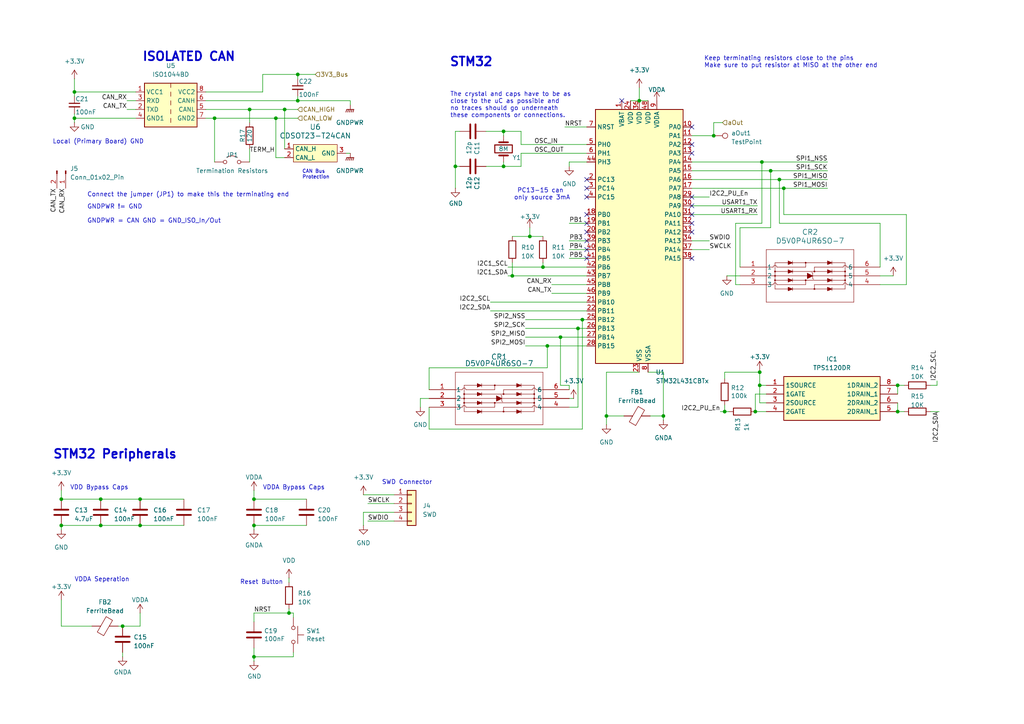
<source format=kicad_sch>
(kicad_sch (version 20250114) (generator "eeschema") (generator_version "9.0")
  (paper "A4")
  (lib_symbols
    (symbol "Connector:Conn_01x02_Pin" (pin_names (offset 1.016) (hide yes))
      (property "Reference" "J" (at 0 2.54 0))
      (property "Value" "Conn_01x02_Pin" (at 0 -5.08 0))
      (symbol "Conn_01x02_Pin_1_1"
        (pin passive line (at 5.08 0 180) (length 3.81) (name "Pin_1") (number "1"))
        (pin passive line (at 5.08 -2.54 180) (length 3.81) (name "Pin_2") (number "2"))
      )
    )
    (symbol "Connector:TestPoint" (pin_numbers (hide yes)) (pin_names (offset 0.762) (hide yes))
      (property "Reference" "TP" (at 0 6.858 0))
      (property "Value" "TestPoint" (at 0 5.08 0))
      (symbol "TestPoint_1_1"
        (pin passive line (at 0 0 90) (length 2.54) (name "1") (number "1"))
      )
    )
    (symbol "Connector_Generic:Conn_01x04" (pin_names (offset 1.016) (hide yes))
      (property "Reference" "J" (at 0 5.08 0))
      (property "Value" "Conn_01x04" (at 0 -7.62 0))
      (symbol "Conn_01x04_1_1"
        (pin passive line (at -5.08 2.54 0) (length 3.81) (name "Pin_1") (number "1"))
        (pin passive line (at -5.08 0 0) (length 3.81) (name "Pin_2") (number "2"))
        (pin passive line (at -5.08 -2.54 0) (length 3.81) (name "Pin_3") (number "3"))
        (pin passive line (at -5.08 -5.08 0) (length 3.81) (name "Pin_4") (number "4"))
      )
    )
    (symbol "Device:C" (pin_numbers (hide yes)) (pin_names (offset 0.254))
      (property "Reference" "C" (at 0.635 2.54 0))
      (property "Value" "C" (at 0.635 -2.54 0))
      (symbol "C_1_1"
        (pin passive line (at 0 3.81 270) (length 2.794) (name "~") (number "1"))
        (pin passive line (at 0 -3.81 90) (length 2.794) (name "~") (number "2"))
      )
    )
    (symbol "Device:C_Small" (pin_numbers (hide yes)) (pin_names (offset 0.254) (hide yes))
      (property "Reference" "C" (at 0.254 1.778 0))
      (property "Value" "C_Small" (at 0.254 -2.032 0))
      (symbol "C_Small_1_1"
        (pin passive line (at 0 2.54 270) (length 2.032) (name "~") (number "1"))
        (pin passive line (at 0 -2.54 90) (length 2.032) (name "~") (number "2"))
      )
    )
    (symbol "Device:Crystal" (pin_numbers (hide yes)) (pin_names (offset 1.016) (hide yes))
      (property "Reference" "Y" (at 0 3.81 0))
      (property "Value" "Crystal" (at 0 -3.81 0))
      (symbol "Crystal_1_1"
        (pin passive line (at -3.81 0 0) (length 1.27) (name "1") (number "1"))
        (pin passive line (at 3.81 0 180) (length 1.27) (name "2") (number "2"))
      )
    )
    (symbol "Device:FerriteBead" (pin_numbers (hide yes)) (pin_names (offset 0))
      (property "Reference" "FB" (at -3.81 0.635 90))
      (property "Value" "FerriteBead" (at 3.81 0 90))
      (symbol "FerriteBead_1_1"
        (pin passive line (at 0 3.81 270) (length 2.54) (name "~") (number "1"))
        (pin passive line (at 0 -3.81 90) (length 2.54) (name "~") (number "2"))
      )
    )
    (symbol "Device:R" (pin_numbers (hide yes)) (pin_names (offset 0))
      (property "Reference" "R" (at 2.032 0 90))
      (property "Value" "R" (at 0 0 90))
      (symbol "R_1_1"
        (pin passive line (at 0 3.81 270) (length 1.27) (name "~") (number "1"))
        (pin passive line (at 0 -3.81 90) (length 1.27) (name "~") (number "2"))
      )
    )
    (symbol "Interface_CAN_LIN:ISO1044BD"
      (property "Reference" "U" (at -6.35 6.35 0))
      (property "Value" "ISO1044BD" (at 2.54 6.35 0))
      (symbol "ISO1044BD_1_1"
        (pin power_in line (at -10.16 2.54 0) (length 2.54) (name "VCC1") (number "1"))
        (pin output line (at -10.16 0 0) (length 2.54) (name "RXD") (number "3"))
        (pin input line (at -10.16 -2.54 0) (length 2.54) (name "TXD") (number "2"))
        (pin power_in line (at -10.16 -5.08 0) (length 2.54) (name "GND1") (number "4"))
        (pin power_in line (at 10.16 2.54 180) (length 2.54) (name "VCC2") (number "8"))
        (pin bidirectional line (at 10.16 0 180) (length 2.54) (name "CANH") (number "6"))
        (pin bidirectional line (at 10.16 -2.54 180) (length 2.54) (name "CANL") (number "5"))
        (pin power_in line (at 10.16 -5.08 180) (length 2.54) (name "GND2") (number "7"))
      )
    )
    (symbol "Jumper:Jumper_2_Open" (pin_numbers (hide yes)) (pin_names (offset 0) (hide yes)) (exclude_from_sim yes)
      (property "Reference" "JP" (at 0 2.794 0))
      (property "Value" "Jumper_2_Open" (at 0 -2.286 0))
      (symbol "Jumper_2_Open_1_1"
        (pin passive line (at -5.08 0 0) (length 2.54) (name "A") (number "1"))
        (pin passive line (at 5.08 0 180) (length 2.54) (name "B") (number "2"))
      )
    )
    (symbol "STM32L431CBTx_1"
      (property "Reference" "U" (at -12.7 39.37 0))
      (property "Value" "STM32L431CBTx" (at 7.62 39.37 0))
      (symbol "STM32L431CBTx_1_1_1"
        (pin input line (at -15.24 33.02 0) (length 2.54) (name "NRST") (number "7"))
        (pin bidirectional line (at -15.24 27.94 0) (length 2.54) (name "PH0") (number "5"))
        (pin bidirectional line (at -15.24 25.4 0) (length 2.54) (name "PH1") (number "6"))
        (pin bidirectional line (at -15.24 22.86 0) (length 2.54) (name "PH3") (number "44"))
        (pin bidirectional line (at -15.24 17.78 0) (length 2.54) (name "PC13") (number "2"))
        (pin bidirectional line (at -15.24 15.24 0) (length 2.54) (name "PC14") (number "3"))
        (pin bidirectional line (at -15.24 12.7 0) (length 2.54) (name "PC15") (number "4"))
        (pin bidirectional line (at -15.24 7.62 0) (length 2.54) (name "PB0") (number "18"))
        (pin bidirectional line (at -15.24 5.08 0) (length 2.54) (name "PB1") (number "19"))
        (pin bidirectional line (at -15.24 2.54 0) (length 2.54) (name "PB2") (number "20"))
        (pin bidirectional line (at -15.24 0 0) (length 2.54) (name "PB3") (number "39"))
        (pin bidirectional line (at -15.24 -2.54 0) (length 2.54) (name "PB4") (number "40"))
        (pin bidirectional line (at -15.24 -5.08 0) (length 2.54) (name "PB5") (number "41"))
        (pin bidirectional line (at -15.24 -7.62 0) (length 2.54) (name "PB6") (number "42"))
        (pin bidirectional line (at -15.24 -10.16 0) (length 2.54) (name "PB7") (number "43"))
        (pin bidirectional line (at -15.24 -12.7 0) (length 2.54) (name "PB8") (number "45"))
        (pin bidirectional line (at -15.24 -15.24 0) (length 2.54) (name "PB9") (number "46"))
        (pin bidirectional line (at -15.24 -17.78 0) (length 2.54) (name "PB10") (number "21"))
        (pin bidirectional line (at -15.24 -20.32 0) (length 2.54) (name "PB11") (number "22"))
        (pin bidirectional line (at -15.24 -22.86 0) (length 2.54) (name "PB12") (number "25"))
        (pin bidirectional line (at -15.24 -25.4 0) (length 2.54) (name "PB13") (number "26"))
        (pin bidirectional line (at -15.24 -27.94 0) (length 2.54) (name "PB14") (number "27"))
        (pin bidirectional line (at -15.24 -30.48 0) (length 2.54) (name "PB15") (number "28"))
        (pin power_in line (at -5.08 40.64 270) (length 2.54) (name "VBAT") (number "1"))
        (pin power_in line (at -2.54 40.64 270) (length 2.54) (name "VDD") (number "24"))
        (pin power_in line (at 0 40.64 270) (length 2.54) (name "VDD") (number "36"))
        (pin power_in line (at 0 -38.1 90) (length 2.54) (name "VSS") (number "23"))
        (pin passive line (at 0 -38.1 90) (length 2.54) (hide yes) (name "VSS") (number "35"))
        (pin passive line (at 0 -38.1 90) (length 2.54) (hide yes) (name "VSS") (number "47"))
        (pin power_in line (at 2.54 40.64 270) (length 2.54) (name "VDD") (number "48"))
        (pin power_in line (at 2.54 -38.1 90) (length 2.54) (name "VSSA") (number "8"))
        (pin power_in line (at 5.08 40.64 270) (length 2.54) (name "VDDA") (number "9"))
        (pin bidirectional line (at 15.24 33.02 180) (length 2.54) (name "PA0") (number "10"))
        (pin bidirectional line (at 15.24 30.48 180) (length 2.54) (name "PA1") (number "11"))
        (pin bidirectional line (at 15.24 27.94 180) (length 2.54) (name "PA2") (number "12"))
        (pin bidirectional line (at 15.24 25.4 180) (length 2.54) (name "PA3") (number "13"))
        (pin bidirectional line (at 15.24 22.86 180) (length 2.54) (name "PA4") (number "14"))
        (pin bidirectional line (at 15.24 20.32 180) (length 2.54) (name "PA5") (number "15"))
        (pin bidirectional line (at 15.24 17.78 180) (length 2.54) (name "PA6") (number "16"))
        (pin bidirectional line (at 15.24 15.24 180) (length 2.54) (name "PA7") (number "17"))
        (pin bidirectional line (at 15.24 12.7 180) (length 2.54) (name "PA8") (number "29"))
        (pin bidirectional line (at 15.24 10.16 180) (length 2.54) (name "PA9") (number "30"))
        (pin bidirectional line (at 15.24 7.62 180) (length 2.54) (name "PA10") (number "31"))
        (pin bidirectional line (at 15.24 5.08 180) (length 2.54) (name "PA11") (number "32"))
        (pin bidirectional line (at 15.24 2.54 180) (length 2.54) (name "PA12") (number "33"))
        (pin bidirectional line (at 15.24 0 180) (length 2.54) (name "PA13") (number "34"))
        (pin bidirectional line (at 15.24 -2.54 180) (length 2.54) (name "PA14") (number "37"))
        (pin bidirectional line (at 15.24 -5.08 180) (length 2.54) (name "PA15") (number "38"))
      )
    )
    (symbol "Switch:SW_Push" (pin_numbers (hide yes)) (pin_names (offset 1.016) (hide yes))
      (property "Reference" "SW" (at 1.27 2.54 0))
      (property "Value" "SW_Push" (at 0 -1.524 0))
      (symbol "SW_Push_0_1"
        (pin passive line (at -5.08 0 0) (length 2.54) (name "1") (number "1"))
        (pin passive line (at 5.08 0 180) (length 2.54) (name "2") (number "2"))
      )
    )
    (symbol "power:+3.3V" (power) (pin_numbers (hide yes)) (pin_names (offset 0) (hide yes))
      (property "Value" "+3.3V" (at 0 3.556 0))
      (symbol "+3.3V_1_1"
        (pin power_in line (at 0 0 90) (length 0) (name "~") (number "1"))
      )
    )
    (symbol "power:GND" (power) (pin_numbers (hide yes)) (pin_names (offset 0) (hide yes))
      (property "Value" "GND" (at 0 -3.81 0))
      (symbol "GND_1_1"
        (pin power_in line (at 0 0 270) (length 0) (name "~") (number "1"))
      )
    )
    (symbol "power:GNDA" (power) (pin_numbers (hide yes)) (pin_names (offset 0) (hide yes))
      (property "Value" "GNDA" (at 0 -3.81 0))
      (symbol "GNDA_1_1"
        (pin power_in line (at 0 0 270) (length 0) (name "~") (number "1"))
      )
    )
    (symbol "power:GNDPWR" (power) (pin_numbers (hide yes)) (pin_names (offset 0) (hide yes))
      (property "Value" "GNDPWR" (at 0 -3.302 0))
      (symbol "GNDPWR_1_1"
        (pin power_in line (at 0 0 270) (length 0) (name "~") (number "1"))
      )
    )
    (symbol "power:VDD" (power) (pin_numbers (hide yes)) (pin_names (offset 0) (hide yes))
      (property "Value" "VDD" (at 0 3.556 0))
      (symbol "VDD_1_1"
        (pin power_in line (at 0 0 90) (length 0) (name "~") (number "1"))
      )
    )
    (symbol "power:VDDA" (power) (pin_numbers (hide yes)) (pin_names (offset 0) (hide yes))
      (property "Value" "VDDA" (at 0 3.556 0))
      (symbol "VDDA_1_1"
        (pin power_in line (at 0 0 90) (length 0) (name "~") (number "1"))
      )
    )
    (symbol "usvt-chips:CDSOT23-T24CAN"
      (property "Reference" "U" (at 0 -3.81 0))
      (property "Value" "CDSOT23-T24CAN" (at 0 3.81 0))
      (symbol "CDSOT23-T24CAN_1_1"
        (pin passive line (at -8.89 1.27 0) (length 2.54) (name "CAN_H") (number "1"))
        (pin passive line (at -8.89 -1.27 0) (length 2.54) (name "CAN_L") (number "2"))
        (pin passive line (at 8.89 0 180) (length 2.54) (name "GND") (number "3"))
      )
    )
    (symbol "utsvt-chips:D5V0P4UR6SO-7" (pin_names (offset 0.254))
      (property "Reference" "CR" (at 20.32 10.16 0))
      (property "Value" "D5V0P4UR6SO-7" (at 20.32 7.62 0))
      (symbol "D5V0P4UR6SO-7_0_1"
        (pin input line (at 0 0 0) (length 7.62) (name "1") (number "1"))
        (pin unspecified line (at 0 -2.54 0) (length 7.62) (name "2") (number "2"))
        (pin input line (at 0 -5.08 0) (length 7.62) (name "3") (number "3"))
        (pin input line (at 40.64 0 180) (length 7.62) (name "6") (number "6"))
        (pin unspecified line (at 40.64 -2.54 180) (length 7.62) (name "5") (number "5"))
        (pin input line (at 40.64 -5.08 180) (length 7.62) (name "4") (number "4"))
      )
    )
    (symbol "utsvt-chips:TPS1120DR"
      (property "Reference" "IC" (at 34.29 7.62 0))
      (property "Value" "TPS1120DR" (at 34.29 5.08 0))
      (symbol "TPS1120DR_1_1"
        (pin passive line (at 0 0 0) (length 5.08) (name "1SOURCE") (number "1"))
        (pin passive line (at 0 -2.54 0) (length 5.08) (name "1GATE") (number "2"))
        (pin passive line (at 0 -5.08 0) (length 5.08) (name "2SOURCE") (number "3"))
        (pin passive line (at 0 -7.62 0) (length 5.08) (name "2GATE") (number "4"))
        (pin passive line (at 38.1 0 180) (length 5.08) (name "1DRAIN_2") (number "8"))
        (pin passive line (at 38.1 -2.54 180) (length 5.08) (name "1DRAIN_1") (number "7"))
        (pin passive line (at 38.1 -5.08 180) (length 5.08) (name "2DRAIN_2") (number "6"))
        (pin passive line (at 38.1 -7.62 180) (length 5.08) (name "2DRAIN_1") (number "5"))
      )
    )
  )
  (text "STM32" (at 130.302 19.558 0) (effects (font (size 2.54 2.54) (thickness 0.508) (bold yes)) (justify left bottom)))
  (text "Keep terminating resistors close to the pins\nMake sure to put resistor at MISO at the other end" (at 204.216 19.812 0) (effects (font (size 1.27 1.27)) (justify left bottom)))
  (text "Local (Primary Board) GND" (at 15.24 41.91 0) (effects (font (size 1.27 1.27)) (justify left bottom)))
  (text "VDDA Bypass Caps" (at 76.2 142.24 0) (effects (font (size 1.27 1.27)) (justify left bottom)))
  (text "VDDA Seperation" (at 21.59 168.91 0) (effects (font (size 1.27 1.27)) (justify left bottom)))
  (text "SWD Connector" (at 110.744 140.716 0) (effects (font (size 1.27 1.27)) (justify left bottom)))
  (text "PC13-15 can \nonly source 3mA" (at 157.226 56.388 0) (effects (font (size 1.27 1.27))))
  (text "The crystal and caps have to be as \nclose to the uC as possible and\nno traces should go underneath\nthese components or connections." (at 130.556 34.29 0) (effects (font (size 1.27 1.27)) (justify left bottom)))
  (text "ISOLATED CAN" (at 41.148 18.034 0) (effects (font (size 2.54 2.54) (thickness 0.508) (bold yes)) (justify left bottom)))
  (text "GNDPWR != GND\n\nGNDPWR = CAN GND = GND_ISO_In/Out" (at 25.273 64.897 0) (effects (font (size 1.27 1.27)) (justify left bottom)))
  (text "Reset Button" (at 69.596 169.672 0) (effects (font (size 1.27 1.27)) (justify left bottom)))
  (text "VDD Bypass Caps" (at 20.32 142.24 0) (effects (font (size 1.27 1.27)) (justify left bottom)))
  (text "Connect the jumper (JP1) to make this the terminating end" (at 25.273 57.277 0) (effects (font (size 1.27 1.27)) (justify left bottom)))
  (text "STM32 Peripherals" (at 15.24 133.35 0) (effects (font (size 2.54 2.54) (thickness 0.508) (bold yes)) (justify left bottom)))
  (text "CAN Bus\nProtection" (at 87.63 52.07 0) (effects (font (size 1.016 1.016)) (justify left bottom)))
  (junction (at 185.42 29.21))
  (junction (at 207.01 39.37))
  (junction (at 219.075 119.38))
  (junction (at 73.66 144.78))
  (junction (at 220.345 111.76))
  (junction (at 146.05 38.1))
  (junction (at 210.185 119.38))
  (junction (at 73.66 152.4))
  (junction (at 35.56 181.61))
  (junction (at 260.35 111.76))
  (junction (at 223.52 49.53))
  (junction (at 153.67 68.58))
  (junction (at 162.56 97.79))
  (junction (at 80.01 34.29))
  (junction (at 226.06 52.07))
  (junction (at 167.64 95.25))
  (junction (at 40.64 152.4))
  (junction (at 157.48 77.47))
  (junction (at 21.59 26.67))
  (junction (at 29.21 152.4))
  (junction (at 146.05 48.26))
  (junction (at 175.895 120.65))
  (junction (at 17.78 152.4))
  (junction (at 40.64 144.78))
  (junction (at 82.55 31.75))
  (junction (at 21.59 34.29))
  (junction (at 86.36 21.59))
  (junction (at 220.345 107.95))
  (junction (at 260.35 119.38))
  (junction (at 17.78 144.78))
  (junction (at 158.75 100.33))
  (junction (at 220.98 46.99))
  (junction (at 73.66 190.5))
  (junction (at 132.08 48.26))
  (junction (at 192.405 120.65))
  (junction (at 86.36 29.21))
  (junction (at 168.91 92.71))
  (junction (at 148.59 80.01))
  (junction (at 83.82 177.8))
  (junction (at 227.33 54.61))
  (junction (at 72.39 31.75))
  (junction (at 29.21 144.78))
  (junction (at 62.23 34.29))
  (no_connect (at 200.66 64.77))
  (no_connect (at 170.18 67.31))
  (no_connect (at 170.18 62.23))
  (no_connect (at 170.18 54.61))
  (no_connect (at 170.18 64.77))
  (no_connect (at 200.66 41.91))
  (no_connect (at 200.66 62.23))
  (no_connect (at 170.18 57.15))
  (no_connect (at 200.66 36.83))
  (no_connect (at 200.66 44.45))
  (no_connect (at 200.66 57.15))
  (no_connect (at 170.18 72.39))
  (no_connect (at 170.18 69.85))
  (no_connect (at 170.18 52.07))
  (no_connect (at 180.34 29.21))
  (no_connect (at 200.66 74.93))
  (no_connect (at 170.18 74.93))
  (no_connect (at 200.66 67.31))
  (no_connect (at 200.66 59.69))
  (wire (pts (xy 73.66 177.8) (xy 73.66 180.34)))
  (wire (pts (xy 200.66 69.85) (xy 205.74 69.85)))
  (wire (pts (xy 165.1 64.77) (xy 170.18 64.77)))
  (wire (pts (xy 148.59 76.2) (xy 148.59 80.01)))
  (wire (pts (xy 153.67 68.58) (xy 157.48 68.58)))
  (wire (pts (xy 162.56 97.79) (xy 170.18 97.79)))
  (wire (pts (xy 220.98 64.77) (xy 213.36 64.77)))
  (wire (pts (xy 220.345 107.315) (xy 220.345 107.95)))
  (wire (pts (xy 226.06 52.07) (xy 240.03 52.07)))
  (wire (pts (xy 86.36 27.94) (xy 86.36 29.21)))
  (wire (pts (xy 124.46 124.46) (xy 168.91 124.46)))
  (wire (pts (xy 210.185 119.38) (xy 211.455 119.38)))
  (wire (pts (xy 200.66 57.15) (xy 205.74 57.15)))
  (wire (pts (xy 17.78 153.67) (xy 17.78 152.4)))
  (wire (pts (xy 271.78 110.49) (xy 271.78 111.76)))
  (wire (pts (xy 40.64 152.4) (xy 53.34 152.4)))
  (wire (pts (xy 255.27 77.47) (xy 255.27 64.77)))
  (wire (pts (xy 214.63 77.47) (xy 214.63 66.04)))
  (wire (pts (xy 73.66 152.4) (xy 73.66 153.67)))
  (wire (pts (xy 73.66 191.77) (xy 73.66 190.5)))
  (wire (pts (xy 151.13 44.45) (xy 170.18 44.45)))
  (wire (pts (xy 157.48 76.2) (xy 157.48 77.47)))
  (wire (pts (xy 142.24 87.63) (xy 170.18 87.63)))
  (wire (pts (xy 82.55 31.75) (xy 86.36 31.75)))
  (wire (pts (xy 165.1 46.99) (xy 170.18 46.99)))
  (wire (pts (xy 168.91 92.71) (xy 168.91 124.46)))
  (wire (pts (xy 132.08 54.61) (xy 132.08 48.26)))
  (wire (pts (xy 207.01 35.56) (xy 207.01 39.37)))
  (wire (pts (xy 165.1 69.85) (xy 170.18 69.85)))
  (wire (pts (xy 168.91 92.71) (xy 170.18 92.71)))
  (wire (pts (xy 73.66 144.78) (xy 88.9 144.78)))
  (wire (pts (xy 220.98 46.99) (xy 220.98 64.77)))
  (wire (pts (xy 152.4 95.25) (xy 167.64 95.25)))
  (wire (pts (xy 260.35 111.76) (xy 262.255 111.76)))
  (wire (pts (xy 105.41 152.4) (xy 105.41 148.59)))
  (wire (pts (xy 146.05 46.99) (xy 146.05 48.26)))
  (wire (pts (xy 83.82 176.53) (xy 83.82 177.8)))
  (wire (pts (xy 106.68 146.05) (xy 114.3 146.05)))
  (wire (pts (xy 21.59 26.67) (xy 39.37 26.67)))
  (wire (pts (xy 213.36 82.55) (xy 214.63 82.55)))
  (wire (pts (xy 213.36 64.77) (xy 213.36 82.55)))
  (wire (pts (xy 147.32 77.47) (xy 157.48 77.47)))
  (wire (pts (xy 29.21 144.78) (xy 40.64 144.78)))
  (wire (pts (xy 73.66 187.96) (xy 73.66 190.5)))
  (wire (pts (xy 124.46 118.11) (xy 124.46 124.46)))
  (wire (pts (xy 185.42 29.21) (xy 187.96 29.21)))
  (wire (pts (xy 220.98 46.99) (xy 240.03 46.99)))
  (wire (pts (xy 17.78 142.24) (xy 17.78 144.78)))
  (wire (pts (xy 85.09 189.23) (xy 85.09 190.5)))
  (wire (pts (xy 222.25 114.3) (xy 219.075 114.3)))
  (wire (pts (xy 59.69 34.29) (xy 62.23 34.29)))
  (wire (pts (xy 259.08 80.01) (xy 255.27 80.01)))
  (wire (pts (xy 160.02 85.09) (xy 170.18 85.09)))
  (wire (pts (xy 85.09 177.8) (xy 85.09 179.07)))
  (wire (pts (xy 227.33 54.61) (xy 240.03 54.61)))
  (wire (pts (xy 227.33 54.61) (xy 227.33 62.23)))
  (wire (pts (xy 21.59 34.29) (xy 39.37 34.29)))
  (wire (pts (xy 86.36 29.21) (xy 101.6 29.21)))
  (wire (pts (xy 187.96 107.95) (xy 192.405 107.95)))
  (wire (pts (xy 255.27 64.77) (xy 226.06 64.77)))
  (wire (pts (xy 210.185 117.475) (xy 210.185 119.38)))
  (wire (pts (xy 223.52 49.53) (xy 240.03 49.53)))
  (wire (pts (xy 73.66 177.8) (xy 83.82 177.8)))
  (wire (pts (xy 82.55 45.72) (xy 80.01 45.72)))
  (wire (pts (xy 151.13 41.91) (xy 170.18 41.91)))
  (wire (pts (xy 17.78 173.99) (xy 17.78 181.61)))
  (wire (pts (xy 210.185 109.855) (xy 210.185 107.95)))
  (wire (pts (xy 192.405 107.95) (xy 192.405 120.65)))
  (wire (pts (xy 121.92 115.57) (xy 121.92 118.11)))
  (wire (pts (xy 220.345 107.95) (xy 220.345 111.76)))
  (wire (pts (xy 21.59 26.67) (xy 21.59 27.94)))
  (wire (pts (xy 59.69 26.67) (xy 76.2 26.67)))
  (wire (pts (xy 200.66 72.39) (xy 205.74 72.39)))
  (wire (pts (xy 17.78 152.4) (xy 29.21 152.4)))
  (wire (pts (xy 40.64 177.8) (xy 40.64 181.61)))
  (wire (pts (xy 21.59 33.02) (xy 21.59 34.29)))
  (wire (pts (xy 36.83 31.75) (xy 39.37 31.75)))
  (wire (pts (xy 271.78 111.76) (xy 269.875 111.76)))
  (wire (pts (xy 166.37 115.57) (xy 165.1 115.57)))
  (wire (pts (xy 158.75 100.33) (xy 170.18 100.33)))
  (wire (pts (xy 132.08 48.26) (xy 133.35 48.26)))
  (wire (pts (xy 17.78 181.61) (xy 26.67 181.61)))
  (wire (pts (xy 262.89 82.55) (xy 255.27 82.55)))
  (wire (pts (xy 269.875 119.38) (xy 272.415 119.38)))
  (wire (pts (xy 182.88 29.21) (xy 185.42 29.21)))
  (wire (pts (xy 82.55 31.75) (xy 82.55 43.18)))
  (wire (pts (xy 165.1 72.39) (xy 170.18 72.39)))
  (wire (pts (xy 210.82 80.01) (xy 214.63 80.01)))
  (wire (pts (xy 80.01 34.29) (xy 86.36 34.29)))
  (wire (pts (xy 165.1 118.11) (xy 167.64 118.11)))
  (wire (pts (xy 40.64 181.61) (xy 35.56 181.61)))
  (wire (pts (xy 160.02 82.55) (xy 170.18 82.55)))
  (wire (pts (xy 124.46 106.68) (xy 158.75 106.68)))
  (wire (pts (xy 40.64 144.78) (xy 53.34 144.78)))
  (wire (pts (xy 167.64 95.25) (xy 170.18 95.25)))
  (wire (pts (xy 76.2 21.59) (xy 76.2 26.67)))
  (wire (pts (xy 152.4 97.79) (xy 162.56 97.79)))
  (wire (pts (xy 163.83 36.83) (xy 170.18 36.83)))
  (wire (pts (xy 151.13 38.1) (xy 146.05 38.1)))
  (wire (pts (xy 262.89 62.23) (xy 262.89 82.55)))
  (wire (pts (xy 106.68 151.13) (xy 114.3 151.13)))
  (wire (pts (xy 151.13 48.26) (xy 151.13 44.45)))
  (wire (pts (xy 220.345 111.76) (xy 222.25 111.76)))
  (wire (pts (xy 188.595 120.65) (xy 192.405 120.65)))
  (wire (pts (xy 219.71 62.23) (xy 200.66 62.23)))
  (wire (pts (xy 214.63 66.04) (xy 223.52 66.04)))
  (wire (pts (xy 105.41 143.51) (xy 114.3 143.51)))
  (wire (pts (xy 200.66 49.53) (xy 223.52 49.53)))
  (wire (pts (xy 146.05 38.1) (xy 146.05 39.37)))
  (wire (pts (xy 72.39 31.75) (xy 82.55 31.75)))
  (wire (pts (xy 175.895 120.65) (xy 180.975 120.65)))
  (wire (pts (xy 227.33 62.23) (xy 262.89 62.23)))
  (wire (pts (xy 72.39 31.75) (xy 72.39 35.56)))
  (wire (pts (xy 59.69 31.75) (xy 72.39 31.75)))
  (wire (pts (xy 142.24 90.17) (xy 170.18 90.17)))
  (wire (pts (xy 146.05 48.26) (xy 140.97 48.26)))
  (wire (pts (xy 165.1 113.03) (xy 165.1 111.76)))
  (wire (pts (xy 83.82 167.64) (xy 83.82 168.91)))
  (wire (pts (xy 73.66 142.24) (xy 73.66 144.78)))
  (wire (pts (xy 17.78 144.78) (xy 29.21 144.78)))
  (wire (pts (xy 207.01 35.56) (xy 209.55 35.56)))
  (wire (pts (xy 219.075 119.38) (xy 222.25 119.38)))
  (wire (pts (xy 121.92 115.57) (xy 124.46 115.57)))
  (wire (pts (xy 105.41 148.59) (xy 114.3 148.59)))
  (wire (pts (xy 124.46 113.03) (xy 124.46 106.68)))
  (wire (pts (xy 165.1 111.76) (xy 162.56 111.76)))
  (wire (pts (xy 260.35 116.84) (xy 260.35 119.38)))
  (wire (pts (xy 210.185 107.95) (xy 220.345 107.95)))
  (wire (pts (xy 132.08 38.1) (xy 133.35 38.1)))
  (wire (pts (xy 36.83 29.21) (xy 39.37 29.21)))
  (wire (pts (xy 100.33 44.45) (xy 101.6 44.45)))
  (wire (pts (xy 148.59 68.58) (xy 153.67 68.58)))
  (wire (pts (xy 59.69 29.21) (xy 86.36 29.21)))
  (wire (pts (xy 175.895 120.65) (xy 175.895 123.19)))
  (wire (pts (xy 151.13 41.91) (xy 151.13 38.1)))
  (wire (pts (xy 21.59 35.56) (xy 21.59 34.29)))
  (wire (pts (xy 148.59 80.01) (xy 170.18 80.01)))
  (wire (pts (xy 86.36 21.59) (xy 91.44 21.59)))
  (wire (pts (xy 72.39 46.99) (xy 72.39 43.18)))
  (wire (pts (xy 200.66 54.61) (xy 227.33 54.61)))
  (wire (pts (xy 35.56 190.5) (xy 35.56 189.23)))
  (wire (pts (xy 83.82 177.8) (xy 85.09 177.8)))
  (wire (pts (xy 162.56 111.76) (xy 162.56 97.79)))
  (wire (pts (xy 192.405 120.65) (xy 192.405 121.92)))
  (wire (pts (xy 200.66 59.69) (xy 219.71 59.69)))
  (wire (pts (xy 260.35 111.76) (xy 260.35 114.3)))
  (wire (pts (xy 76.2 21.59) (xy 86.36 21.59)))
  (wire (pts (xy 167.64 95.25) (xy 167.64 118.11)))
  (wire (pts (xy 62.23 34.29) (xy 62.23 46.99)))
  (wire (pts (xy 175.895 107.95) (xy 185.42 107.95)))
  (wire (pts (xy 222.25 116.84) (xy 220.345 116.84)))
  (wire (pts (xy 101.6 30.48) (xy 101.6 29.21)))
  (wire (pts (xy 62.23 34.29) (xy 80.01 34.29)))
  (wire (pts (xy 21.59 22.86) (xy 21.59 26.67)))
  (wire (pts (xy 158.75 100.33) (xy 158.75 106.68)))
  (wire (pts (xy 157.48 77.47) (xy 170.18 77.47)))
  (wire (pts (xy 208.915 119.38) (xy 210.185 119.38)))
  (wire (pts (xy 132.08 38.1) (xy 132.08 48.26)))
  (wire (pts (xy 220.345 116.84) (xy 220.345 111.76)))
  (wire (pts (xy 152.4 100.33) (xy 158.75 100.33)))
  (wire (pts (xy 73.66 152.4) (xy 88.9 152.4)))
  (wire (pts (xy 146.05 48.26) (xy 151.13 48.26)))
  (wire (pts (xy 200.66 39.37) (xy 207.01 39.37)))
  (wire (pts (xy 140.97 38.1) (xy 146.05 38.1)))
  (wire (pts (xy 223.52 49.53) (xy 223.52 66.04)))
  (wire (pts (xy 260.35 119.38) (xy 262.255 119.38)))
  (wire (pts (xy 219.075 114.3) (xy 219.075 119.38)))
  (wire (pts (xy 73.66 190.5) (xy 85.09 190.5)))
  (wire (pts (xy 226.06 52.07) (xy 226.06 64.77)))
  (wire (pts (xy 80.01 34.29) (xy 80.01 45.72)))
  (wire (pts (xy 35.56 181.61) (xy 34.29 181.61)))
  (wire (pts (xy 185.42 25.4) (xy 185.42 29.21)))
  (wire (pts (xy 29.21 152.4) (xy 40.64 152.4)))
  (wire (pts (xy 165.1 74.93) (xy 170.18 74.93)))
  (wire (pts (xy 147.32 80.01) (xy 148.59 80.01)))
  (wire (pts (xy 175.895 107.95) (xy 175.895 120.65)))
  (wire (pts (xy 165.1 48.26) (xy 165.1 46.99)))
  (wire (pts (xy 86.36 21.59) (xy 86.36 22.86)))
  (wire (pts (xy 226.06 52.07) (xy 200.66 52.07)))
  (wire (pts (xy 152.4 92.71) (xy 168.91 92.71)))
  (wire (pts (xy 153.67 66.04) (xy 153.67 68.58)))
  (wire (pts (xy 200.66 46.99) (xy 220.98 46.99)))
  (label "USART1_TX" (at 219.71 59.69 180))
  (label "SPI1_SCK" (at 240.03 49.53 180))
  (label "CAN_TX" (at 160.02 85.09 180))
  (label "OSC_IN" (at 154.94 41.91 0))
  (label "CAN_TX" (at 16.51 54.61 270))
  (label "SPI2_MOSI" (at 152.4 100.33 180))
  (label "I2C2_SCL" (at 142.24 87.63 180))
  (label "I2C1_SCL" (at 147.32 77.47 180))
  (label "USART1_RX" (at 219.71 62.23 180))
  (label "I2C2_SCL" (at 271.78 110.49 90))
  (label "SWDIO" (at 106.68 151.13 0))
  (label "SWCLK" (at 205.74 72.39 0))
  (label "SPI2_SCK" (at 152.4 95.25 180))
  (label "SPI1_NSS" (at 240.03 46.99 180))
  (label "TERM_H" (at 72.39 44.45 0))
  (label "SPI2_NSS" (at 152.4 92.71 180))
  (label "OSC_OUT" (at 154.94 44.45 0))
  (label "PB5" (at 165.1 74.93 0))
  (label "I2C1_SDA" (at 147.32 80.01 180))
  (label "CAN_RX" (at 36.83 29.21 180))
  (label "I2C2_SDA" (at 272.415 119.38 270))
  (label "NRST" (at 73.66 177.8 0))
  (label "SWCLK" (at 106.68 146.05 0))
  (label "I2C2_PU_En" (at 208.915 119.38 180))
  (label "I2C2_PU_En" (at 205.74 57.15 0))
  (label "SPI1_MISO" (at 240.03 52.07 180))
  (label "PB3" (at 165.1 69.85 0))
  (label "PB4" (at 165.1 72.39 0))
  (label "CAN_RX" (at 160.02 82.55 180))
  (label "SWDIO" (at 205.74 69.85 0))
  (label "CAN_RX" (at 19.05 54.61 270))
  (label "SPI1_MOSI" (at 240.03 54.61 180))
  (label "PB1" (at 165.1 64.77 0))
  (label "NRST" (at 163.83 36.83 0))
  (label "CAN_TX" (at 36.83 31.75 180))
  (label "I2C2_SDA" (at 142.24 90.17 180))
  (label "SPI2_MISO" (at 152.4 97.79 180))
  (hierarchical_label "3V3_Bus" (shape input) (at 91.44 21.59 0))
  (hierarchical_label "aOut" (shape input) (at 209.55 35.56 0))
  (hierarchical_label "CAN_HIGH" (shape input) (at 86.36 31.75 0))
  (hierarchical_label "CAN_LOW" (shape input) (at 86.36 34.29 0))
  (symbol (lib_id "Device:C_Small") (at 86.36 25.4 0) (unit 1)
    (property "Reference" "C22" (at 86.614 23.622 0) (effects (justify left)))
    (property "Value" "100nF" (at 86.614 27.432 0) (effects (justify left)))
    (property "Footprint" "Capacitor_SMD:C_0805_2012Metric" (effects (hide yes)))
    (property "Description" "Unpolarized capacitor, small symbol" (effects (hide yes)))
    (property "Mouser Part Number" "80-C0805C104M5R" (effects (hide yes)))
    (property "P/N" "C0805C104M5RACTU" (effects (hide yes)))
  )
  (symbol (lib_id "power:+3.3V") (at 21.59 22.86 0) (unit 1)
    (property "Reference" "#PWR025" (effects (hide yes)))
    (property "Value" "+3.3V" (at 21.59 17.78 0))
    (property "Description" "Power symbol creates a global label with name \"+3.3V\"" (effects (hide yes)))
  )
  (symbol (lib_id "Device:R") (at 266.065 119.38 270) (unit 1)
    (property "Reference" "R15" (at 266.065 114.935 90))
    (property "Value" "10K" (at 266.065 117.475 90))
    (property "Footprint" "Resistor_SMD:R_0805_2012Metric" (effects (hide yes)))
    (property "Description" "Resistor" (effects (hide yes)))
    (property "Mouser Part Number" "71-CRCW080510K0FKEAC" (effects (hide yes)))
    (property "P/N" "CRCW080510K0FKEAC" (effects (hide yes)))
  )
  (symbol (lib_id "power:+3.3V") (at 166.37 115.57 0) (unit 1)
    (property "Reference" "#PWR036" (effects (hide yes)))
    (property "Value" "+3.3V" (at 166.37 110.49 0))
    (property "Description" "Power symbol creates a global label with name \"+3.3V\"" (effects (hide yes)))
  )
  (symbol (lib_id "power:+3.3V") (at 105.41 143.51 0) (unit 1)
    (property "Reference" "#PWR053" (effects (hide yes)))
    (property "Value" "+3.3V" (at 105.41 138.43 0))
    (property "Description" "Power symbol creates a global label with name \"+3.3V\"" (effects (hide yes)))
  )
  (symbol (lib_id "Device:R") (at 157.48 72.39 0) (unit 1)
    (property "Reference" "R11" (at 160.02 71.755 0) (effects (justify left)))
    (property "Value" "10K" (at 160.02 74.295 0) (effects (justify left)))
    (property "Footprint" "Resistor_SMD:R_0805_2012Metric" (effects (hide yes)))
    (property "Description" "Resistor" (effects (hide yes)))
    (property "Mouser Part Number" "71-CRCW080510K0FKEAC" (effects (hide yes)))
    (property "P/N" "CRCW080510K0FKEAC" (effects (hide yes)))
  )
  (symbol (lib_id "power:VDDA") (at 73.66 142.24 0) (unit 1)
    (property "Reference" "#PWR049" (effects (hide yes)))
    (property "Value" "VDDA" (at 73.66 138.43 0))
    (property "Description" "Power symbol creates a global label with name \"VDDA\"" (effects (hide yes)))
  )
  (symbol (lib_id "power:+3.3V") (at 220.345 107.315 0) (unit 1)
    (property "Reference" "#PWR042" (effects (hide yes)))
    (property "Value" "+3.3V" (at 220.345 103.505 0))
    (property "Description" "Power symbol creates a global label with name \"+3.3V\"" (effects (hide yes)))
  )
  (symbol (lib_id "power:VDD") (at 83.82 167.64 0) (unit 1)
    (property "Reference" "#PWR052" (effects (hide yes)))
    (property "Value" "VDD" (at 83.82 162.56 0))
    (property "Description" "Power symbol creates a global label with name \"VDD\"" (effects (hide yes)))
  )
  (symbol (lib_id "Connector:TestPoint") (at 207.01 39.37 270) (unit 1)
    (property "Reference" "aOut1" (at 212.09 38.608 90) (effects (justify left)))
    (property "Value" "TestPoint" (at 212.09 41.148 90) (effects (justify left)))
    (property "Footprint" "TestPoint:TestPoint_Keystone_5005-5009_Compact" (effects (hide yes)))
    (property "Description" "test point" (effects (hide yes)))
  )
  (symbol (lib_id "Device:Crystal") (at 146.05 43.18 270) (unit 1)
    (property "Reference" "Y1" (at 149.86 45.72 90))
    (property "Value" "8M" (at 146.05 43.18 90))
    (property "Footprint" "Crystal:Crystal_SMD_TXC_7A-2Pin_5x3.2mm" (effects (hide yes)))
    (property "Description" "Two pin crystal" (effects (hide yes)))
    (property "P/N" "ABM3-8.000MHZ-D2Y-T" (effects (hide yes)))
    (property "Mouser Part Number" "815-ABM3-8-D2Y-T" (effects (hide yes)))
  )
  (symbol (lib_id "power:VDDA") (at 40.64 177.8 0) (unit 1)
    (property "Reference" "#PWR048" (effects (hide yes)))
    (property "Value" "VDDA" (at 40.64 173.99 0))
    (property "Description" "Power symbol creates a global label with name \"VDDA\"" (effects (hide yes)))
  )
  (symbol (lib_id "power:+3.3V") (at 17.78 173.99 0) (unit 1)
    (property "Reference" "#PWR046" (effects (hide yes)))
    (property "Value" "+3.3V" (at 17.78 170.18 0))
    (property "Description" "Power symbol creates a global label with name \"+3.3V\"" (effects (hide yes)))
  )
  (symbol (lib_id "Device:R") (at 215.265 119.38 90) (unit 1)
    (property "Reference" "R13" (at 213.995 125.095 0) (effects (justify left)))
    (property "Value" "1k" (at 216.535 125.095 0) (effects (justify left)))
    (property "Footprint" "Resistor_SMD:R_0805_2012Metric" (effects (hide yes)))
    (property "Description" "Resistor" (effects (hide yes)))
    (property "Mouser Part Number" "71-CRCW08051K00FKEAC" (effects (hide yes)))
    (property "P/N" "CRCW08051K00FKEAC" (effects (hide yes)))
  )
  (symbol (lib_id "Device:R") (at 72.39 39.37 180) (unit 1)
    (property "Reference" "R17" (at 70.358 39.37 90))
    (property "Value" "120" (at 72.39 39.37 90))
    (property "Footprint" "Resistor_SMD:R_0805_2012Metric" (effects (hide yes)))
    (property "Description" "Resistor" (effects (hide yes)))
    (property "Mouser Part Number" "71-CRCW080559R0FKEA" (effects (hide yes)))
    (property "P/N" "CRCW080559R0FKEA" (effects (hide yes)))
  )
  (symbol (lib_id "power:GND") (at 105.41 152.4 0) (unit 1)
    (property "Reference" "#PWR054" (effects (hide yes)))
    (property "Value" "GND" (at 105.41 157.48 0))
    (property "Description" "Power symbol creates a global label with name \"GND\" , ground" (effects (hide yes)))
  )
  (symbol (lib_id "Jumper:Jumper_2_Open") (at 67.31 46.99 0) (unit 1)
    (property "Reference" "JP1" (at 67.31 44.958 0))
    (property "Value" "Termination Resistors" (at 67.31 49.53 0))
    (property "Footprint" "Connector_PinHeader_2.54mm:PinHeader_1x02_P2.54mm_Vertical" (effects (hide yes)))
    (property "Description" "Jumper, 2-pole, open" (effects (hide yes)))
  )
  (symbol (lib_id "power:GNDPWR") (at 101.6 44.45 0) (unit 1)
    (property "Reference" "#PWR058" (effects (hide yes)))
    (property "Value" "GNDPWR" (at 101.473 49.53 0))
    (property "Description" "Power symbol creates a global label with name \"GNDPWR\" , global ground" (effects (hide yes)))
  )
  (symbol (lib_id "Device:C") (at 88.9 148.59 0) (unit 1)
    (property "Reference" "C20" (at 92.075 147.955 0) (effects (justify left)))
    (property "Value" "100nF" (at 92.075 150.495 0) (effects (justify left)))
    (property "Footprint" "Capacitor_SMD:C_0805_2012Metric" (effects (hide yes)))
    (property "Description" "Unpolarized capacitor" (effects (hide yes)))
    (property "Mouser Part Number" "80-C0805C104M5R" (effects (hide yes)))
    (property "P/N" "C0805C104M5RACTU" (effects (hide yes)))
  )
  (symbol (lib_id "power:+3.3V") (at 259.08 80.01 0) (unit 1)
    (property "Reference" "#PWR043" (effects (hide yes)))
    (property "Value" "+3.3V" (at 259.08 74.93 0))
    (property "Description" "Power symbol creates a global label with name \"+3.3V\"" (effects (hide yes)))
  )
  (symbol (lib_id "usvt-chips:CDSOT23-T24CAN") (at 91.44 44.45 0) (unit 1)
    (property "Reference" "U6" (at 91.44 36.83 0) (effects (font (size 1.524 1.524))))
    (property "Value" "CDSOT23-T24CAN" (at 91.44 39.37 0) (effects (font (size 1.524 1.524))))
    (property "Footprint" "Package_TO_SOT_SMD:SOT-23W" (effects (hide yes)))
    (property "Description" "CAN Bus Protector" (effects (hide yes)))
  )
  (symbol (lib_id "Device:R") (at 210.185 113.665 0) (unit 1)
    (property "Reference" "R12" (at 211.963 112.4966 0) (effects (justify left)))
    (property "Value" "100k" (at 211.963 114.808 0) (effects (justify left)))
    (property "Footprint" "Resistor_SMD:R_0805_2012Metric" (effects (hide yes)))
    (property "Description" "Resistor" (effects (hide yes)))
    (property "Mouser Part Number" "71-CRCW0805100KFKEAC" (effects (hide yes)))
    (property "P/N" "CRCW0805100KFKEAC" (effects (hide yes)))
  )
  (symbol (lib_id "power:GNDA") (at 73.66 153.67 0) (unit 1)
    (property "Reference" "#PWR050" (effects (hide yes)))
    (property "Value" "GNDA" (at 73.66 158.115 0))
    (property "Description" "Power symbol creates a global label with name \"GNDA\" , analog ground" (effects (hide yes)))
  )
  (symbol (lib_name "STM32L431CBTx_1") (lib_id "MCU_ST_STM32L4:STM32L431CBTx") (at 185.42 69.85 0) (unit 1)
    (property "Reference" "U1" (at 190.1541 107.95 0) (effects (justify left)))
    (property "Value" "STM32L431CBTx" (at 190.1541 110.49 0) (effects (justify left)))
    (property "Footprint" "Package_QFP:LQFP-48_7x7mm_P0.5mm" (effects (hide yes)))
    (property "Datasheet" "https://www.st.com/resource/en/datasheet/stm32l431cb.pdf" (effects (hide yes)))
    (property "Description" "STMicroelectronics Arm Cortex-M4 MCU, 128KB flash, 64KB RAM, 80 MHz, 1.71-3.6V, 38 GPIO, LQFP48" (effects (hide yes)))
  )
  (symbol (lib_id "Connector:Conn_01x02_Pin") (at 19.05 49.53 270) (unit 1)
    (property "Reference" "J5" (at 20.32 48.8949 90) (effects (justify left)))
    (property "Value" "Conn_01x02_Pin" (at 20.32 51.4349 90) (effects (justify left)))
    (property "Footprint" "Connector_PinHeader_2.54mm:PinHeader_1x02_P2.54mm_Vertical" (effects (hide yes)))
    (property "Description" "Generic connector, single row, 01x02, script generated" (effects (hide yes)))
  )
  (symbol (lib_id "Device:R") (at 83.82 172.72 0) (unit 1)
    (property "Reference" "R16" (at 86.36 172.085 0) (effects (justify left)))
    (property "Value" "10K" (at 86.36 174.625 0) (effects (justify left)))
    (property "Footprint" "Resistor_SMD:R_0805_2012Metric" (effects (hide yes)))
    (property "Description" "Resistor" (effects (hide yes)))
    (property "Mouser Part Number" "71-CRCW080510K0FKEAC" (effects (hide yes)))
    (property "P/N" "CRCW080510K0FKEAC" (effects (hide yes)))
  )
  (symbol (lib_id "Device:C") (at 137.16 38.1 270) (unit 1)
    (property "Reference" "C11" (at 138.3284 41.021 0) (effects (justify left)))
    (property "Value" "12p" (at 136.017 41.021 0) (effects (justify left)))
    (property "Footprint" "Capacitor_SMD:C_0805_2012Metric" (effects (hide yes)))
    (property "Description" "Unpolarized capacitor" (effects (hide yes)))
    (property "Mouser Part Number" "80-C0805C120K5HACTU" (effects (hide yes)))
    (property "P/N" "C0805C120K5HACTU" (effects (hide yes)))
  )
  (symbol (lib_id "power:+3.3V") (at 17.78 142.24 0) (unit 1)
    (property "Reference" "#PWR044" (effects (hide yes)))
    (property "Value" "+3.3V" (at 17.78 137.16 0))
    (property "Description" "Power symbol creates a global label with name \"+3.3V\"" (effects (hide yes)))
  )
  (symbol (lib_id "Device:C") (at 137.16 48.26 270) (unit 1)
    (property "Reference" "C12" (at 138.3284 51.181 0) (effects (justify left)))
    (property "Value" "12p" (at 136.017 51.181 0) (effects (justify left)))
    (property "Footprint" "Capacitor_SMD:C_0805_2012Metric" (effects (hide yes)))
    (property "Description" "Unpolarized capacitor" (effects (hide yes)))
    (property "Mouser Part Number" "80-C0805C120K5HACTU" (effects (hide yes)))
    (property "P/N" "C0805C120K5HACTU" (effects (hide yes)))
  )
  (symbol (lib_id "Device:R") (at 266.065 111.76 90) (unit 1)
    (property "Reference" "R14" (at 266.065 106.68 90))
    (property "Value" "10K" (at 266.065 109.22 90))
    (property "Footprint" "Resistor_SMD:R_0805_2012Metric" (effects (hide yes)))
    (property "Description" "Resistor" (effects (hide yes)))
    (property "Mouser Part Number" "71-CRCW080510K0FKEAC" (effects (hide yes)))
    (property "P/N" "CRCW080510K0FKEAC" (effects (hide yes)))
  )
  (symbol (lib_id "Connector_Generic:Conn_01x04") (at 119.38 146.05 0) (unit 1)
    (property "Reference" "J4" (at 122.555 146.685 0) (effects (justify left)))
    (property "Value" "SWD" (at 122.555 149.225 0) (effects (justify left)))
    (property "Footprint" "Connector_PinHeader_2.54mm:PinHeader_1x04_P2.54mm_Vertical" (effects (hide yes)))
    (property "Description" "Generic connector, single row, 01x04, script generated (kicad-library-utils/schlib/autogen/connector/)" (effects (hide yes)))
  )
  (symbol (lib_id "Device:R") (at 148.59 72.39 0) (unit 1)
    (property "Reference" "R10" (at 151.13 71.755 0) (effects (justify left)))
    (property "Value" "10K" (at 151.13 74.295 0) (effects (justify left)))
    (property "Footprint" "Resistor_SMD:R_0805_2012Metric" (effects (hide yes)))
    (property "Description" "Resistor" (effects (hide yes)))
    (property "Mouser Part Number" "71-CRCW080510K0FKEAC" (effects (hide yes)))
    (property "P/N" "CRCW080510K0FKEAC" (effects (hide yes)))
  )
  (symbol (lib_id "power:GND") (at 132.08 54.61 0) (unit 1)
    (property "Reference" "#PWR033" (effects (hide yes)))
    (property "Value" "GND" (at 132.207 59.0042 0))
    (property "Description" "Power symbol creates a global label with name \"GND\" , ground" (effects (hide yes)))
  )
  (symbol (lib_id "Device:C") (at 17.78 148.59 0) (unit 1)
    (property "Reference" "C13" (at 21.59 147.955 0) (effects (justify left)))
    (property "Value" "4.7uF" (at 21.59 150.495 0) (effects (justify left)))
    (property "Footprint" "Capacitor_SMD:C_0805_2012Metric" (effects (hide yes)))
    (property "Description" "Unpolarized capacitor" (effects (hide yes)))
    (property "Mouser Part Number" "81-GRM219R6YA475KA3D" (effects (hide yes)))
    (property "P/N" "GRM219R6YA475KA73D" (effects (hide yes)))
  )
  (symbol (lib_id "utsvt-chips:D5V0P4UR6SO-7") (at 124.46 113.03 0) (unit 1)
    (property "Reference" "CR1" (at 144.78 103.505 0) (effects (font (size 1.524 1.524))))
    (property "Value" "D5V0P4UR6SO-7" (at 144.78 105.41 0) (effects (font (size 1.524 1.524))))
    (property "Footprint" "UTSVT_ICs:SOT26_DIO" (effects (hide yes)))
    (property "Datasheet" "https://www.diodes.com/assets/Datasheets/D5V0P4UR6SO.pdf" (effects (hide yes)))
    (property "Mouser Part Number" "621-D5V0P4UR6SO-7" (effects (hide yes)))
    (property "P/N" "D5V0P4UR6SO-7" (effects (hide yes)))
  )
  (symbol (lib_id "power:GNDPWR") (at 101.6 30.48 0) (unit 1)
    (property "Reference" "#PWR057" (effects (hide yes)))
    (property "Value" "GNDPWR" (at 101.473 35.56 0))
    (property "Description" "Power symbol creates a global label with name \"GNDPWR\" , global ground" (effects (hide yes)))
  )
  (symbol (lib_id "Interface_CAN_LIN:ISO1044BD") (at 49.53 29.21 0) (unit 1)
    (property "Reference" "U5" (at 49.53 19.05 0))
    (property "Value" "ISO1044BD" (at 49.53 21.59 0))
    (property "Footprint" "Package_SO:SOIC-8_3.9x4.9mm_P1.27mm" (effects (hide yes)))
    (property "Datasheet" "https://www.ti.com/lit/ds/symlink/iso1044.pdf" (effects (hide yes)))
    (property "Description" "Isolated CAN FD Transceiver, SOIC-8" (effects (hide yes)))
  )
  (symbol (lib_id "power:+3.3V") (at 185.42 25.4 0) (unit 1)
    (property "Reference" "#PWR038" (effects (hide yes)))
    (property "Value" "+3.3V" (at 185.42 20.32 0))
    (property "Description" "Power symbol creates a global label with name \"+3.3V\"" (effects (hide yes)))
  )
  (symbol (lib_id "Device:C") (at 53.34 148.59 0) (unit 1)
    (property "Reference" "C17" (at 57.15 147.955 0) (effects (justify left)))
    (property "Value" "100nF" (at 57.15 150.495 0) (effects (justify left)))
    (property "Footprint" "Capacitor_SMD:C_0805_2012Metric" (effects (hide yes)))
    (property "Description" "Unpolarized capacitor" (effects (hide yes)))
    (property "Mouser Part Number" "80-C0805C104M5R" (effects (hide yes)))
    (property "P/N" "C0805C104M5RACTU" (effects (hide yes)))
  )
  (symbol (lib_id "Device:FerriteBead") (at 184.785 120.65 90) (unit 1)
    (property "Reference" "FB1" (at 184.7342 113.665 90))
    (property "Value" "FerriteBead" (at 184.7342 116.205 90))
    (property "Footprint" "Inductor_SMD:L_0805_2012Metric" (effects (hide yes)))
    (property "Description" "Ferrite bead" (effects (hide yes)))
    (property "Mouser Part Number" "704-MFBW1V2012-121-R" (effects (hide yes)))
    (property "P/N" "MFBW1V2012-121-R" (effects (hide yes)))
  )
  (symbol (lib_id "utsvt-chips:D5V0P4UR6SO-7") (at 214.63 77.47 0) (unit 1)
    (property "Reference" "CR2" (at 234.95 67.31 0) (effects (font (size 1.524 1.524))))
    (property "Value" "D5V0P4UR6SO-7" (at 234.95 69.85 0) (effects (font (size 1.524 1.524))))
    (property "Footprint" "UTSVT_ICs:SOT26_DIO" (effects (hide yes)))
    (property "Datasheet" "https://www.diodes.com/assets/Datasheets/D5V0P4UR6SO.pdf" (effects (hide yes)))
    (property "Mouser Part Number" "621-D5V0P4UR6SO-7" (effects (hide yes)))
    (property "P/N" "D5V0P4UR6SO-7" (effects (hide yes)))
  )
  (symbol (lib_id "Device:C") (at 35.56 185.42 0) (unit 1)
    (property "Reference" "C15" (at 38.735 184.785 0) (effects (justify left)))
    (property "Value" "100nF" (at 38.735 187.325 0) (effects (justify left)))
    (property "Footprint" "Capacitor_SMD:C_0805_2012Metric" (effects (hide yes)))
    (property "Description" "Unpolarized capacitor" (effects (hide yes)))
    (property "Mouser Part Number" "80-C0805C104M5R" (effects (hide yes)))
    (property "P/N" "C0805C104M5RACTU" (effects (hide yes)))
  )
  (symbol (lib_id "power:GND") (at 210.82 80.01 0) (unit 1)
    (property "Reference" "#PWR041" (effects (hide yes)))
    (property "Value" "GND" (at 210.82 85.09 0))
    (property "Description" "Power symbol creates a global label with name \"GND\" , ground" (effects (hide yes)))
  )
  (symbol (lib_id "power:GND") (at 175.895 123.19 0) (unit 1)
    (property "Reference" "#PWR037" (effects (hide yes)))
    (property "Value" "GND" (at 175.895 128.27 0))
    (property "Description" "Power symbol creates a global label with name \"GND\" , ground" (effects (hide yes)))
  )
  (symbol (lib_id "Device:FerriteBead") (at 30.48 181.61 90) (unit 1)
    (property "Reference" "FB2" (at 30.4292 174.625 90))
    (property "Value" "FerriteBead" (at 30.4292 177.165 90))
    (property "Footprint" "Inductor_SMD:L_0805_2012Metric" (effects (hide yes)))
    (property "Description" "Ferrite bead" (effects (hide yes)))
    (property "Mouser Part Number" "704-MFBW1V2012-121-R" (effects (hide yes)))
    (property "P/N" "MFBW1V2012-121-R" (effects (hide yes)))
  )
  (symbol (lib_id "Device:C") (at 29.21 148.59 0) (unit 1)
    (property "Reference" "C14" (at 33.02 147.955 0) (effects (justify left)))
    (property "Value" "100nF" (at 33.02 150.495 0) (effects (justify left)))
    (property "Footprint" "Capacitor_SMD:C_0805_2012Metric" (effects (hide yes)))
    (property "Description" "Unpolarized capacitor" (effects (hide yes)))
    (property "Mouser Part Number" "80-C0805C104M5R" (effects (hide yes)))
    (property "P/N" "C0805C104M5RACTU" (effects (hide yes)))
  )
  (symbol (lib_id "Device:C") (at 73.66 148.59 0) (unit 1)
    (property "Reference" "C18" (at 76.835 147.955 0) (effects (justify left)))
    (property "Value" "100nF" (at 76.835 150.495 0) (effects (justify left)))
    (property "Footprint" "Capacitor_SMD:C_0805_2012Metric" (effects (hide yes)))
    (property "Description" "Unpolarized capacitor" (effects (hide yes)))
    (property "Mouser Part Number" "80-C0805C104M5R" (effects (hide yes)))
    (property "P/N" "C0805C104M5RACTU" (effects (hide yes)))
  )
  (symbol (lib_id "power:GND") (at 121.92 118.11 0) (unit 1)
    (property "Reference" "#PWR032" (effects (hide yes)))
    (property "Value" "GND" (at 121.92 123.19 0))
    (property "Description" "Power symbol creates a global label with name \"GND\" , ground" (effects (hide yes)))
  )
  (symbol (lib_id "power:GND") (at 73.66 191.77 0) (unit 1)
    (property "Reference" "#PWR051" (effects (hide yes)))
    (property "Value" "GND" (at 73.787 196.1642 0))
    (property "Description" "Power symbol creates a global label with name \"GND\" , ground" (effects (hide yes)))
  )
  (symbol (lib_id "power:GND") (at 21.59 35.56 0) (unit 1)
    (property "Reference" "#PWR056" (effects (hide yes)))
    (property "Value" "GND" (at 25.4 36.83 0))
    (property "Description" "Power symbol creates a global label with name \"GND\" , ground" (effects (hide yes)))
  )
  (symbol (lib_id "Device:C_Small") (at 21.59 30.48 0) (unit 1)
    (property "Reference" "C21" (at 21.844 28.702 0) (effects (justify left)))
    (property "Value" "100nF" (at 21.844 32.512 0) (effects (justify left)))
    (property "Footprint" "Capacitor_SMD:C_0805_2012Metric" (effects (hide yes)))
    (property "Description" "Unpolarized capacitor, small symbol" (effects (hide yes)))
    (property "Mouser Part Number" "80-C0805C104M5R" (effects (hide yes)))
    (property "P/N" "C0805C104M5RACTU" (effects (hide yes)))
  )
  (symbol (lib_id "Switch:SW_Push") (at 85.09 184.15 270) (unit 1)
    (property "Reference" "SW1" (at 88.8492 182.9816 90) (effects (justify left)))
    (property "Value" "Reset" (at 88.8492 185.293 90) (effects (justify left)))
    (property "Footprint" "Button_Switch_SMD:SW_SPST_B3SL-1002P" (effects (hide yes)))
    (property "Description" "Push button switch, generic, two pins" (effects (hide yes)))
    (property "P/N" "B3SL-1002P" (effects (hide yes)))
    (property "Mouser Part Number" "653-B3SL-1002P" (effects (hide yes)))
  )
  (symbol (lib_id "power:GNDA") (at 192.405 121.92 0) (unit 1)
    (property "Reference" "#PWR040" (effects (hide yes)))
    (property "Value" "GNDA" (at 192.405 127 0))
    (property "Description" "Power symbol creates a global label with name \"GNDA\" , analog ground" (effects (hide yes)))
  )
  (symbol (lib_id "power:GND") (at 17.78 153.67 0) (unit 1)
    (property "Reference" "#PWR045" (effects (hide yes)))
    (property "Value" "GND" (at 17.78 158.75 0))
    (property "Description" "Power symbol creates a global label with name \"GND\" , ground" (effects (hide yes)))
  )
  (symbol (lib_id "power:+3.3V") (at 153.67 66.04 0) (unit 1)
    (property "Reference" "#PWR034" (effects (hide yes)))
    (property "Value" "+3.3V" (at 153.67 62.865 0))
    (property "Description" "Power symbol creates a global label with name \"+3.3V\"" (effects (hide yes)))
  )
  (symbol (lib_id "Device:C") (at 73.66 184.15 0) (unit 1)
    (property "Reference" "C19" (at 76.581 182.9816 0) (effects (justify left)))
    (property "Value" "100nF" (at 76.581 185.293 0) (effects (justify left)))
    (property "Footprint" "Capacitor_SMD:C_0805_2012Metric" (effects (hide yes)))
    (property "Description" "Unpolarized capacitor" (effects (hide yes)))
    (property "Mouser Part Number" "80-C0805C104M5R" (effects (hide yes)))
    (property "P/N" "C0805C104M5RACTU" (effects (hide yes)))
  )
  (symbol (lib_id "power:VDDA") (at 190.5 29.21 0) (unit 1)
    (property "Reference" "#PWR039" (effects (hide yes)))
    (property "Value" "VDDA" (at 190.5 26.035 0))
    (property "Description" "Power symbol creates a global label with name \"VDDA\"" (effects (hide yes)))
  )
  (symbol (lib_id "power:GND") (at 165.1 48.26 0) (unit 1)
    (property "Reference" "#PWR035" (effects (hide yes)))
    (property "Value" "GND" (at 165.1 53.34 0))
    (property "Description" "Power symbol creates a global label with name \"GND\" , ground" (effects (hide yes)))
  )
  (symbol (lib_id "power:GNDA") (at 35.56 190.5 0) (unit 1)
    (property "Reference" "#PWR047" (effects (hide yes)))
    (property "Value" "GNDA" (at 35.56 194.945 0))
    (property "Description" "Power symbol creates a global label with name \"GNDA\" , analog ground" (effects (hide yes)))
  )
  (symbol (lib_id "Device:C") (at 40.64 148.59 0) (unit 1)
    (property "Reference" "C16" (at 44.45 147.955 0) (effects (justify left)))
    (property "Value" "100nF" (at 44.45 150.495 0) (effects (justify left)))
    (property "Footprint" "Capacitor_SMD:C_0805_2012Metric" (effects (hide yes)))
    (property "Description" "Unpolarized capacitor" (effects (hide yes)))
    (property "Mouser Part Number" "80-C0805C104M5R" (effects (hide yes)))
    (property "P/N" "C0805C104M5RACTU" (effects (hide yes)))
  )
  (symbol (lib_id "utsvt-chips:TPS1120DR") (at 222.25 111.76 0) (unit 1)
    (property "Reference" "IC1" (at 241.3 104.14 0))
    (property "Value" "TPS1120DR" (at 241.3 106.68 0))
    (property "Datasheet" "https://www.ti.com/lit/gpn/tps1120" (effects (hide yes)))
    (property "Description" "Dual P-channel Enhancemenent-Mode MOSFET" (effects (hide yes)))
    (property "Height" "1.75" (effects (hide yes)))
    (property "Mouser Part Number" "595-TPS1120DR" (effects (hide yes)))
    (property "Mouser Price/Stock" "https://www.mouser.co.uk/ProductDetail/Texas-Instruments/TPS1120DR?qs=ojKcPFmCWSX4ADf%252BhTS%252BGA%3D%3D" (effects (hide yes)))
    (property "Manufacturer_Name" "Texas Instruments" (effects (hide yes)))
    (property "Manufacturer_Part_Number" "TPS1120DR" (effects (hide yes)))
    (property "P/N" "TPS1120DR" (effects (hide yes)))
  )
)
</source>
